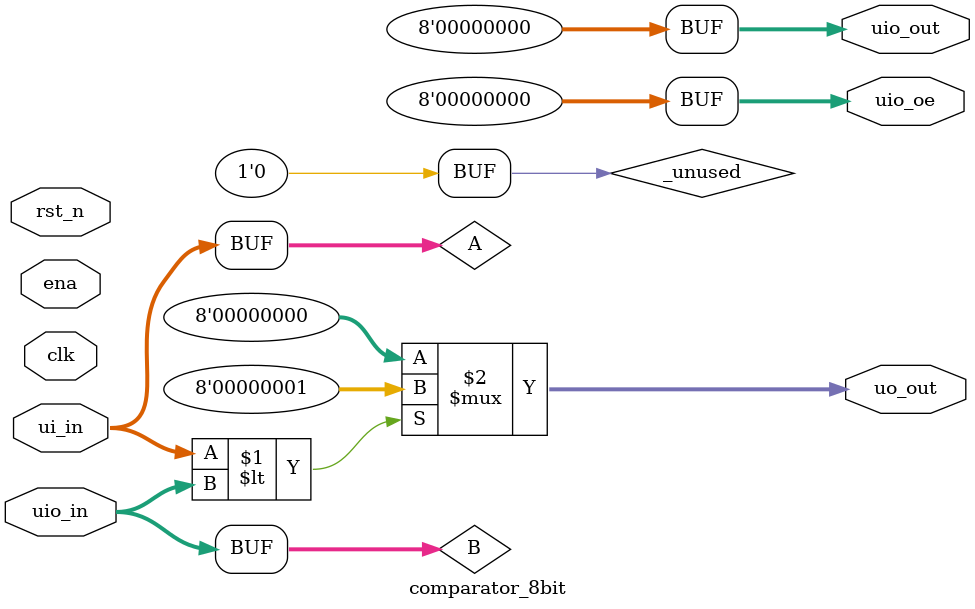
<source format=v>
/*
 * Copyright (c) 2024 Your Name
 * SPDX-License-Identifier: Apache-2.0
 */

`default_nettype none

module tt_um_example (
    input  wire [7:0] ui_in,    // Dedicated inputs
    output wire [7:0] uo_out,   // Dedicated outputs
    input  wire [7:0] uio_in,   // IOs: Input path
    output wire [7:0] uio_out,  // IOs: Output path
    output wire [7:0] uio_oe,   // IOs: Enable path (active high: 0=input, 1=output)
    input  wire       ena,      // always 1 when the design is powered, so you can ignore it
    input  wire       clk,      // clock
    input  wire       rst_n     // reset_n - low to reset
);

  // All output pins must be assigned. If not used, assign to 0.
  assign uo_out  = ui_in + uio_in;  // Example: ou_out is the sum of ui_in and uio_in
  assign uio_out = 0;
  assign uio_oe  = 0;

  // List all unused inputs to prevent warnings
  wire _unused = &{ena, clk, rst_n, 1'b0};

endmodule

module comparator_8bit (
    input  wire [7:0] ui_in,    // Dedicated inputs (A and B combined)
    output wire [7:0] uo_out,   // Dedicated outputs (C)
    input  wire [7:0] uio_in,   // IOs: Input path (not used)
    output wire [7:0] uio_out,  // IOs: Output path (not used)
    output wire [7:0] uio_oe,   // IOs: Enable path (not used)
    input  wire       ena,      // Always 1 when the design is powered (ignored)
    input  wire       clk,      // Clock (ignored for combinational logic)
    input  wire       rst_n     // Reset (ignored for combinational logic)
);

  // Extract A and B from the 8-bit input (assuming lower 8 bits are A, upper 8 bits are B)
  wire [7:0] A = ui_in;
  wire [7:0] B = uio_in;

  // Comparator Logic: If A < B, C[0] = 1; otherwise, C[0] = 0
  assign uo_out = (A < B) ? 8'b00000001 : 8'b00000000; 

  // Unused outputs set to zero
  assign uio_out = 8'b00000000;
  assign uio_oe  = 8'b00000000;

  // Prevent warnings for unused inputs
  wire _unused = &{ena, clk, rst_n, 1'b0};

endmodule

</source>
